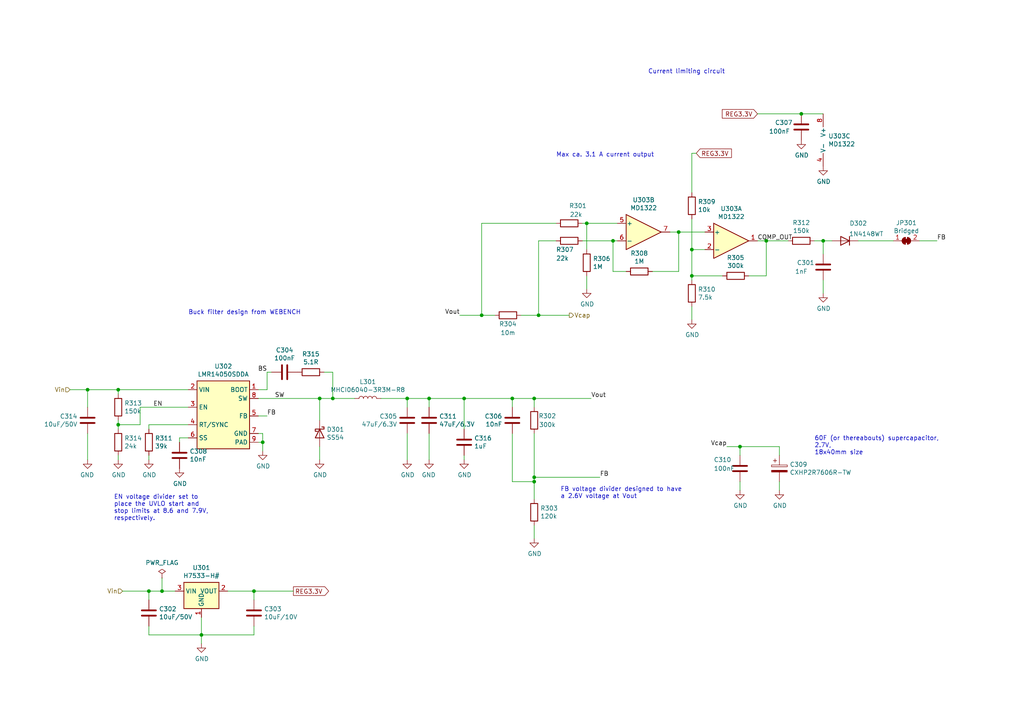
<source format=kicad_sch>
(kicad_sch (version 20211123) (generator eeschema)
  (paper "A4")
  (title_block (title "Sailor Hat for Raspberry Pi") (date "2021-08-19") (rev "v1.0.1") (company "Hat Labs Ltd") (comment 1 "https://creativecommons.org/licenses/by/4.0") (comment 2 "To view a copy of this license, visit ") (comment 3 "Sailor Hat for Raspberry Pi is licensed under CC BY 4.0."))
  (lib_symbols
    (symbol "Device:C" (pin_numbers hide) (pin_names (offset 0.254))
      (property "Reference" "C" (at 0.635 2.54 0))
      (property "Value" "C" (at 0.635 -2.54 0))
      (symbol "C_0_1"
        (polyline (pts (xy -2.032 -0.762) (xy 2.032 -0.762)) (stroke (width 0.508)))
        (polyline (pts (xy -2.032 0.762) (xy 2.032 0.762)) (stroke (width 0.508)))
      )
      (symbol "C_1_1"
        (pin passive line (at 0 3.81 270) (length 2.794) (name "~") (number "1"))
        (pin passive line (at 0 -3.81 90) (length 2.794) (name "~") (number "2"))
      )
    )
    (symbol "Device:C_Polarized" (pin_numbers hide) (pin_names (offset 0.254))
      (property "Reference" "C" (at 0.635 2.54 0))
      (property "Value" "C_Polarized" (at 0.635 -2.54 0))
      (symbol "C_Polarized_0_1"
        (rectangle (start -2.286 0.508) (end 2.286 1.016))
        (polyline (pts (xy -1.778 2.286) (xy -0.762 2.286)))
        (polyline (pts (xy -1.27 2.794) (xy -1.27 1.778)))
        (rectangle (start 2.286 -0.508) (end -2.286 -1.016) (fill (type outline)))
      )
      (symbol "C_Polarized_1_1"
        (pin passive line (at 0 3.81 270) (length 2.794) (name "~") (number "1"))
        (pin passive line (at 0 -3.81 90) (length 2.794) (name "~") (number "2"))
      )
    )
    (symbol "Device:D" (pin_numbers hide) (pin_names (offset 1.016) hide)
      (property "Reference" "D" (at 0 2.54 0))
      (property "Value" "D" (at 0 -2.54 0))
      (symbol "D_0_1"
        (polyline (pts (xy -1.27 1.27) (xy -1.27 -1.27)) (stroke (width 0.254)))
        (polyline (pts (xy 1.27 0) (xy -1.27 0)))
        (polyline (pts (xy 1.27 1.27) (xy 1.27 -1.27) (xy -1.27 0) (xy 1.27 1.27)) (stroke (width 0.254)))
      )
      (symbol "D_1_1"
        (pin passive line (at -3.81 0 0) (length 2.54) (name "K") (number "1"))
        (pin passive line (at 3.81 0 180) (length 2.54) (name "A") (number "2"))
      )
    )
    (symbol "Device:D_Schottky" (pin_numbers hide) (pin_names (offset 1.016) hide)
      (property "Reference" "D" (at 0 2.54 0))
      (property "Value" "D_Schottky" (at 0 -2.54 0))
      (symbol "D_Schottky_0_1"
        (polyline (pts (xy 1.27 0) (xy -1.27 0)))
        (polyline (pts (xy 1.27 1.27) (xy 1.27 -1.27) (xy -1.27 0) (xy 1.27 1.27)) (stroke (width 0.254)))
        (polyline (pts (xy -1.905 0.635) (xy -1.905 1.27) (xy -1.27 1.27) (xy -1.27 -1.27) (xy -0.635 -1.27) (xy -0.635 -0.635)) (stroke (width 0.254)))
      )
      (symbol "D_Schottky_1_1"
        (pin passive line (at -3.81 0 0) (length 2.54) (name "K") (number "1"))
        (pin passive line (at 3.81 0 180) (length 2.54) (name "A") (number "2"))
      )
    )
    (symbol "Device:L" (pin_numbers hide) (pin_names (offset 1.016) hide)
      (property "Reference" "L" (at -1.27 0 90))
      (property "Value" "L" (at 1.905 0 90))
      (symbol "L_0_1"
        (arc (start 0 -2.54) (mid 0.635 -1.905) (end 0 -1.27))
        (arc (start 0 -1.27) (mid 0.635 -0.635) (end 0 0))
        (arc (start 0 0) (mid 0.635 0.635) (end 0 1.27))
        (arc (start 0 1.27) (mid 0.635 1.905) (end 0 2.54))
      )
      (symbol "L_1_1"
        (pin passive line (at 0 3.81 270) (length 1.27) (name "1") (number "1"))
        (pin passive line (at 0 -3.81 90) (length 1.27) (name "2") (number "2"))
      )
    )
    (symbol "Device:R" (pin_numbers hide) (pin_names (offset 0))
      (property "Reference" "R" (at 2.032 0 90))
      (property "Value" "R" (at 0 0 90))
      (symbol "R_0_1"
        (rectangle (start -1.016 -2.54) (end 1.016 2.54) (stroke (width 0.254)))
      )
      (symbol "R_1_1"
        (pin passive line (at 0 3.81 270) (length 1.27) (name "~") (number "1"))
        (pin passive line (at 0 -3.81 90) (length 1.27) (name "~") (number "2"))
      )
    )
    (symbol "Jumper:SolderJumper_2_Bridged" (pin_names (offset 0) hide)
      (property "Reference" "JP" (at 0 2.032 0))
      (property "Value" "SolderJumper_2_Bridged" (at 0 -2.54 0))
      (symbol "SolderJumper_2_Bridged_0_1"
        (rectangle (start -0.508 0.508) (end 0.508 -0.508) (fill (type outline)))
        (arc (start -0.254 1.016) (mid -1.27 0) (end -0.254 -1.016))
        (arc (start -0.254 1.016) (mid -1.27 0) (end -0.254 -1.016) (fill (type outline)))
        (polyline (pts (xy -0.254 1.016) (xy -0.254 -1.016)))
        (polyline (pts (xy 0.254 1.016) (xy 0.254 -1.016)))
        (arc (start 0.254 -1.016) (mid 1.27 0) (end 0.254 1.016))
        (arc (start 0.254 -1.016) (mid 1.27 0) (end 0.254 1.016) (fill (type outline)))
      )
      (symbol "SolderJumper_2_Bridged_1_1"
        (pin passive line (at -3.81 0 0) (length 2.54) (name "A") (number "1"))
        (pin passive line (at 3.81 0 180) (length 2.54) (name "B") (number "2"))
      )
    )
    (symbol "SH-RPi:GS8052" (pin_names (offset 0.127))
      (property "Reference" "U" (at 0 5.08 0))
      (property "Value" "GS8052" (at 0 -5.08 0))
      (symbol "GS8052_1_1"
        (polyline (pts (xy -5.08 5.08) (xy 5.08 0) (xy -5.08 -5.08) (xy -5.08 5.08)) (stroke (width 0.254)) (fill (type background)))
        (pin output line (at 7.62 0 180) (length 2.54) (name "~") (number "1"))
        (pin input line (at -7.62 -2.54 0) (length 2.54) (name "-") (number "2"))
        (pin input line (at -7.62 2.54 0) (length 2.54) (name "+") (number "3"))
      )
      (symbol "GS8052_2_1"
        (polyline (pts (xy -5.08 5.08) (xy 5.08 0) (xy -5.08 -5.08) (xy -5.08 5.08)) (stroke (width 0.254)) (fill (type background)))
        (pin input line (at -7.62 2.54 0) (length 2.54) (name "+") (number "5"))
        (pin input line (at -7.62 -2.54 0) (length 2.54) (name "-") (number "6"))
        (pin output line (at 7.62 0 180) (length 2.54) (name "~") (number "7"))
      )
      (symbol "GS8052_3_1"
        (pin power_in line (at -2.54 -7.62 90) (length 3.81) (name "V-") (number "4"))
        (pin power_in line (at -2.54 7.62 270) (length 3.81) (name "V+") (number "8"))
      )
    )
    (symbol "SH-RPi:HT75xx-1-SOT23"
      (property "Reference" "U" (at -5.08 -3.81 0))
      (property "Value" "HT75xx-1-SOT23" (at 0 6.35 0))
      (symbol "HT75xx-1-SOT23_0_1"
        (rectangle (start -5.08 5.08) (end 5.08 -2.54) (stroke (width 0.254)) (fill (type background)))
      )
      (symbol "HT75xx-1-SOT23_1_1"
        (pin power_in line (at 0 -5.08 90) (length 2.54) (name "GND") (number "1"))
        (pin power_out line (at 7.62 2.54 180) (length 2.54) (name "VOUT") (number "2"))
        (pin power_in line (at -7.62 2.54 0) (length 2.54) (name "VIN") (number "3"))
      )
    )
    (symbol "SH-RPi:LMR14050SDDA"
      (property "Reference" "U" (at 0 11.43 0))
      (property "Value" "LMR14050SDDA" (at 0 8.89 0))
      (symbol "LMR14050SDDA_0_1"
        (rectangle (start -7.62 7.62) (end 7.62 -12.065) (stroke (width 0.254)) (fill (type background)))
      )
      (symbol "LMR14050SDDA_1_1"
        (pin input line (at 10.16 5.08 180) (length 2.54) (name "BOOT") (number "1"))
        (pin power_in line (at -10.16 5.08 0) (length 2.54) (name "VIN") (number "2"))
        (pin input line (at -10.16 0 0) (length 2.54) (name "EN") (number "3"))
        (pin input line (at -10.16 -5.08 0) (length 2.54) (name "RT/SYNC") (number "4"))
        (pin input line (at 10.16 -2.54 180) (length 2.54) (name "FB") (number "5"))
        (pin output line (at -10.16 -8.89 0) (length 2.54) (name "SS") (number "6"))
        (pin power_in line (at 10.16 -7.62 180) (length 2.54) (name "GND") (number "7"))
        (pin power_out line (at 10.16 2.54 180) (length 2.54) (name "SW") (number "8"))
        (pin power_in line (at 10.16 -10.16 180) (length 2.54) (name "PAD") (number "9"))
      )
    )
    (symbol "power:GND" (power) (pin_names (offset 0))
      (property "Value" "GND" (at 0 -3.81 0))
      (symbol "GND_0_1"
        (polyline (pts (xy 0 0) (xy 0 -1.27) (xy 1.27 -1.27) (xy 0 -2.54) (xy -1.27 -1.27) (xy 0 -1.27)))
      )
      (symbol "GND_1_1"
        (pin power_in line (at 0 0 270) (length 0) hide (name "GND") (number "1"))
      )
    )
    (symbol "power:PWR_FLAG" (power) (pin_numbers hide) (pin_names (offset 0) hide)
      (property "Value" "PWR_FLAG" (at 0 3.81 0))
      (symbol "PWR_FLAG_0_0"
        (pin power_out line (at 0 0 90) (length 0) (name "pwr") (number "1"))
      )
      (symbol "PWR_FLAG_0_1"
        (polyline (pts (xy 0 0) (xy 0 1.27) (xy -1.016 1.905) (xy 0 2.54) (xy 1.016 1.905) (xy 0 1.27)))
      )
    )
  )
  (junction (at 154.94 115.57))
  (junction (at 92.71 115.57))
  (junction (at 139.7 91.44))
  (junction (at 200.66 80.01))
  (junction (at 222.25 69.85))
  (junction (at 232.41 33.02))
  (junction (at 154.94 139.7))
  (junction (at 238.76 69.85))
  (junction (at 214.63 129.54))
  (junction (at 58.42 184.15))
  (junction (at 43.18 171.45))
  (junction (at 73.66 171.45))
  (junction (at 96.52 115.57))
  (junction (at 170.18 64.77))
  (junction (at 118.11 115.57))
  (junction (at 46.99 171.45))
  (junction (at 76.2 128.27))
  (junction (at 177.8 69.85))
  (junction (at 200.66 72.39))
  (junction (at 34.29 113.03))
  (junction (at 196.85 67.31))
  (junction (at 134.62 115.57))
  (junction (at 154.94 138.43))
  (junction (at 34.29 123.19))
  (junction (at 124.46 115.57))
  (junction (at 25.4 113.03))
  (junction (at 148.59 115.57))
  (junction (at 156.21 91.44))
  (wire (pts (xy 139.7 64.77) (xy 161.29 64.77)))
  (wire (pts (xy 73.66 184.15) (xy 73.66 181.61)))
  (wire (pts (xy 34.29 113.03) (xy 54.61 113.03)))
  (wire (pts (xy 189.23 78.74) (xy 196.85 78.74)))
  (wire (pts (xy 25.4 125.73) (xy 25.4 133.35)))
  (wire (pts (xy 217.17 80.01) (xy 222.25 80.01)))
  (wire (pts (xy 133.35 91.44) (xy 139.7 91.44)))
  (wire (pts (xy 170.18 80.01) (xy 170.18 83.82)))
  (wire (pts (xy 34.29 133.35) (xy 34.29 132.08)))
  (wire (pts (xy 40.64 123.19) (xy 34.29 123.19)))
  (wire (pts (xy 34.29 121.92) (xy 34.29 123.19)))
  (wire (pts (xy 76.2 125.73) (xy 74.93 125.73)))
  (wire (pts (xy 238.76 73.66) (xy 238.76 69.85)))
  (wire (pts (xy 214.63 129.54) (xy 226.06 129.54)))
  (wire (pts (xy 92.71 129.54) (xy 92.71 133.35)))
  (wire (pts (xy 74.93 128.27) (xy 76.2 128.27)))
  (wire (pts (xy 238.76 69.85) (xy 241.3 69.85)))
  (wire (pts (xy 156.21 91.44) (xy 165.1 91.44)))
  (wire (pts (xy 200.66 80.01) (xy 200.66 72.39)))
  (wire (pts (xy 168.91 64.77) (xy 170.18 64.77)))
  (wire (pts (xy 148.59 115.57) (xy 154.94 115.57)))
  (wire (pts (xy 43.18 133.35) (xy 43.18 132.08)))
  (wire (pts (xy 34.29 114.3) (xy 34.29 113.03)))
  (wire (pts (xy 209.55 80.01) (xy 200.66 80.01)))
  (wire (pts (xy 156.21 69.85) (xy 161.29 69.85)))
  (wire (pts (xy 52.07 127) (xy 52.07 128.27)))
  (wire (pts (xy 154.94 139.7) (xy 154.94 144.78)))
  (wire (pts (xy 43.18 173.99) (xy 43.18 171.45)))
  (wire (pts (xy 73.66 171.45) (xy 73.66 173.99)))
  (wire (pts (xy 154.94 138.43) (xy 173.99 138.43)))
  (wire (pts (xy 226.06 129.54) (xy 226.06 132.08)))
  (wire (pts (xy 118.11 115.57) (xy 124.46 115.57)))
  (wire (pts (xy 93.98 107.95) (xy 96.52 107.95)))
  (wire (pts (xy 238.76 85.09) (xy 238.76 81.28)))
  (wire (pts (xy 118.11 125.73) (xy 118.11 133.35)))
  (wire (pts (xy 232.41 33.02) (xy 219.71 33.02)))
  (wire (pts (xy 46.99 167.64) (xy 46.99 171.45)))
  (wire (pts (xy 134.62 115.57) (xy 148.59 115.57)))
  (wire (pts (xy 177.8 78.74) (xy 177.8 69.85)))
  (wire (pts (xy 200.66 55.88) (xy 200.66 44.45)))
  (wire (pts (xy 54.61 123.19) (xy 43.18 123.19)))
  (wire (pts (xy 154.94 156.21) (xy 154.94 152.4)))
  (wire (pts (xy 196.85 78.74) (xy 196.85 67.31)))
  (wire (pts (xy 222.25 80.01) (xy 222.25 69.85)))
  (wire (pts (xy 134.62 133.35) (xy 134.62 132.08)))
  (wire (pts (xy 210.82 129.54) (xy 214.63 129.54)))
  (wire (pts (xy 40.64 118.11) (xy 54.61 118.11)))
  (wire (pts (xy 200.66 44.45) (xy 201.93 44.45)))
  (wire (pts (xy 40.64 118.11) (xy 40.64 123.19)))
  (wire (pts (xy 124.46 115.57) (xy 134.62 115.57)))
  (wire (pts (xy 219.71 69.85) (xy 222.25 69.85)))
  (wire (pts (xy 34.29 123.19) (xy 34.29 124.46)))
  (wire (pts (xy 139.7 91.44) (xy 143.51 91.44)))
  (wire (pts (xy 200.66 72.39) (xy 200.66 63.5)))
  (wire (pts (xy 148.59 118.11) (xy 148.59 115.57)))
  (wire (pts (xy 92.71 121.92) (xy 92.71 115.57)))
  (wire (pts (xy 77.47 120.65) (xy 74.93 120.65)))
  (wire (pts (xy 266.7 69.85) (xy 271.78 69.85)))
  (wire (pts (xy 58.42 184.15) (xy 73.66 184.15)))
  (wire (pts (xy 148.59 139.7) (xy 148.59 125.73)))
  (wire (pts (xy 77.47 113.03) (xy 74.93 113.03)))
  (wire (pts (xy 248.92 69.85) (xy 259.08 69.85)))
  (wire (pts (xy 222.25 69.85) (xy 228.6 69.85)))
  (wire (pts (xy 156.21 91.44) (xy 156.21 69.85)))
  (wire (pts (xy 110.49 115.57) (xy 118.11 115.57)))
  (wire (pts (xy 76.2 128.27) (xy 76.2 125.73)))
  (wire (pts (xy 196.85 67.31) (xy 194.31 67.31)))
  (wire (pts (xy 200.66 92.71) (xy 200.66 88.9)))
  (wire (pts (xy 236.22 69.85) (xy 238.76 69.85)))
  (wire (pts (xy 170.18 64.77) (xy 170.18 72.39)))
  (wire (pts (xy 226.06 142.24) (xy 226.06 139.7)))
  (wire (pts (xy 118.11 118.11) (xy 118.11 115.57)))
  (wire (pts (xy 76.2 130.81) (xy 76.2 128.27)))
  (wire (pts (xy 54.61 127) (xy 52.07 127)))
  (wire (pts (xy 58.42 186.69) (xy 58.42 184.15)))
  (wire (pts (xy 43.18 184.15) (xy 58.42 184.15)))
  (wire (pts (xy 177.8 69.85) (xy 179.07 69.85)))
  (wire (pts (xy 96.52 115.57) (xy 102.87 115.57)))
  (wire (pts (xy 35.56 171.45) (xy 43.18 171.45)))
  (wire (pts (xy 77.47 107.95) (xy 77.47 113.03)))
  (wire (pts (xy 134.62 124.46) (xy 134.62 115.57)))
  (wire (pts (xy 78.74 107.95) (xy 77.47 107.95)))
  (wire (pts (xy 96.52 107.95) (xy 96.52 115.57)))
  (wire (pts (xy 20.32 113.03) (xy 25.4 113.03)))
  (wire (pts (xy 154.94 125.73) (xy 154.94 138.43)))
  (wire (pts (xy 25.4 118.11) (xy 25.4 113.03)))
  (wire (pts (xy 124.46 125.73) (xy 124.46 133.35)))
  (wire (pts (xy 170.18 64.77) (xy 179.07 64.77)))
  (wire (pts (xy 46.99 171.45) (xy 50.8 171.45)))
  (wire (pts (xy 43.18 181.61) (xy 43.18 184.15)))
  (wire (pts (xy 92.71 115.57) (xy 96.52 115.57)))
  (wire (pts (xy 154.94 138.43) (xy 154.94 139.7)))
  (wire (pts (xy 151.13 91.44) (xy 156.21 91.44)))
  (wire (pts (xy 232.41 33.02) (xy 238.76 33.02)))
  (wire (pts (xy 200.66 81.28) (xy 200.66 80.01)))
  (wire (pts (xy 196.85 67.31) (xy 204.47 67.31)))
  (wire (pts (xy 154.94 118.11) (xy 154.94 115.57)))
  (wire (pts (xy 154.94 115.57) (xy 171.45 115.57)))
  (wire (pts (xy 181.61 78.74) (xy 177.8 78.74)))
  (wire (pts (xy 74.93 115.57) (xy 92.71 115.57)))
  (wire (pts (xy 43.18 171.45) (xy 46.99 171.45)))
  (wire (pts (xy 124.46 118.11) (xy 124.46 115.57)))
  (wire (pts (xy 204.47 72.39) (xy 200.66 72.39)))
  (wire (pts (xy 177.8 69.85) (xy 168.91 69.85)))
  (wire (pts (xy 73.66 171.45) (xy 85.09 171.45)))
  (wire (pts (xy 43.18 123.19) (xy 43.18 124.46)))
  (wire (pts (xy 214.63 132.08) (xy 214.63 129.54)))
  (wire (pts (xy 25.4 113.03) (xy 34.29 113.03)))
  (wire (pts (xy 139.7 91.44) (xy 139.7 64.77)))
  (wire (pts (xy 58.42 179.07) (xy 58.42 184.15)))
  (wire (pts (xy 148.59 139.7) (xy 154.94 139.7)))
  (wire (pts (xy 214.63 142.24) (xy 214.63 139.7)))
  (wire (pts (xy 66.04 171.45) (xy 73.66 171.45)))
  (text "EN voltage divider set to\nplace the UVLO start and\nstop limits at 8.6 and 7.9V,\nrespectively." (at 33.02 151.13 0) (effects (font (size 1.27 1.27)) (justify left bottom)))
  (text "FB voltage divider designed to have\na 2.6V voltage at Vout" (at 162.56 144.78 0) (effects (font (size 1.27 1.27)) (justify left bottom)))
  (text "Buck filter design from WEBENCH" (at 54.61 91.44 0) (effects (font (size 1.27 1.27)) (justify left bottom)))
  (text "Max ca. 3.1 A current output" (at 161.29 45.72 0) (effects (font (size 1.27 1.27)) (justify left bottom)))
  (text "60F (or thereabouts) supercapacitor,\n2.7V,\n18x40mm size" (at 236.22 132.08 0) (effects (font (size 1.27 1.27)) (justify left bottom)))
  (text "Current limiting circuit" (at 187.96 21.59 0) (effects (font (size 1.27 1.27)) (justify left bottom)))
  (label "FB" (at 77.47 120.65 0))
  (label "EN" (at 44.45 118.11 0))
  (label "Vout" (at 171.45 115.57 0))
  (label "SW" (at 82.55 115.57 180))
  (label "BS" (at 77.47 107.95 180))
  (label "COMP_OUT" (at 219.71 69.85 0))
  (label "Vcap" (at 210.82 129.54 180))
  (label "FB" (at 173.99 138.43 0))
  (label "FB" (at 271.78 69.85 0))
  (label "Vout" (at 133.35 91.44 180))
  (global_label "REG3.3V" (shape output) (at 85.09 171.45 0) (property "Intersheet References" "${INTERSHEET_REFS}" (effects hide)))
  (global_label "REG3.3V" (shape input) (at 201.93 44.45 0) (property "Intersheet References" "${INTERSHEET_REFS}" (effects hide)))
  (global_label "REG3.3V" (shape input) (at 219.71 33.02 180) (property "Intersheet References" "${INTERSHEET_REFS}" (effects hide)))
  (hierarchical_label "Vin" (shape input) (at 20.32 113.03 180))
  (hierarchical_label "Vcap" (shape output) (at 165.1 91.44 0))
  (hierarchical_label "Vin" (shape input) (at 35.56 171.45 180))
  (symbol (lib_id "Device:C") (at 82.55 107.95 270) (unit 1)
    (property "Reference" "C304" (at 82.55 101.5492 90))
    (property "Value" "100nF" (at 82.55 103.8606 90))
    (property "Footprint" "Capacitor_SMD:C_0402_1005Metric" (effects hide))
    (property "LCSC" "C1525" (effects hide))
  )
  (symbol (lib_id "Device:L") (at 106.68 115.57 90) (unit 1)
    (property "Reference" "L301" (at 106.68 110.744 90))
    (property "Value" "MHCI06040-3R3M-R8" (at 106.68 113.0554 90))
    (property "Footprint" "SH-RPi:L_MWSA0603S" (effects hide))
    (property "LCSC" "C285700" (effects hide))
  )
  (symbol (lib_id "Device:C") (at 118.11 121.92 0) (mirror y) (unit 1)
    (property "Reference" "C305" (at 115.189 120.7516 0) (effects (justify left)))
    (property "Value" "47uF/6.3V" (at 115.189 123.063 0) (effects (justify left)))
    (property "Footprint" "Capacitor_SMD:C_0805_2012Metric" (effects hide))
    (property "Notes" "Min 6.3V" (effects hide))
    (property "LCSC" "C16780" (effects hide))
  )
  (symbol (lib_id "Device:R") (at 154.94 148.59 0) (unit 1)
    (property "Reference" "R303" (at 156.718 147.4216 0) (effects (justify left)))
    (property "Value" "120k" (at 156.718 149.733 0) (effects (justify left)))
    (property "Footprint" "Resistor_SMD:R_0402_1005Metric" (effects hide))
    (property "LCSC" "C25750" (effects hide))
  )
  (symbol (lib_id "Device:R") (at 154.94 121.92 0) (unit 1)
    (property "Reference" "R302" (at 158.75 120.65 0))
    (property "Value" "300k" (at 158.75 123.19 0))
    (property "Footprint" "Resistor_SMD:R_0402_1005Metric" (effects hide))
    (property "LCSC" "C25774" (effects hide))
  )
  (symbol (lib_id "power:GND") (at 118.11 133.35 0) (unit 1)
    (property "Reference" "#PWR0305" (effects hide))
    (property "Value" "GND" (at 118.237 137.7442 0))
  )
  (symbol (lib_id "power:GND") (at 154.94 156.21 0) (unit 1)
    (property "Reference" "#PWR0306" (effects hide))
    (property "Value" "GND" (at 155.067 160.6042 0))
  )
  (symbol (lib_id "power:GND") (at 43.18 133.35 0) (unit 1)
    (property "Reference" "#PWR0303" (effects hide))
    (property "Value" "GND" (at 43.307 137.7442 0))
  )
  (symbol (lib_id "SH-RPi:HT75xx-1-SOT23") (at 58.42 173.99 0) (unit 1)
    (property "Reference" "U301" (at 58.42 164.6682 0))
    (property "Value" "H7533-H#" (at 58.42 166.9796 0))
    (property "Footprint" "Package_TO_SOT_SMD:SOT-23" (effects hide))
    (property "Datasheet" "https://datasheet.lcsc.com/szlcsc/Siproin-H7533-H_C277872.pdf" (effects hide))
    (property "LCSC" "C277872" (effects hide))
  )
  (symbol (lib_id "Device:C") (at 43.18 177.8 0) (unit 1)
    (property "Reference" "C302" (at 46.101 176.6316 0) (effects (justify left)))
    (property "Value" "10uF/50V" (at 46.101 178.943 0) (effects (justify left)))
    (property "Footprint" "Capacitor_SMD:C_1206_3216Metric" (effects hide))
    (property "LCSC" "C13585" (effects hide))
  )
  (symbol (lib_id "Device:C") (at 73.66 177.8 0) (unit 1)
    (property "Reference" "C303" (at 76.581 176.6316 0) (effects (justify left)))
    (property "Value" "10uF/10V" (at 76.581 178.943 0) (effects (justify left)))
    (property "Footprint" "Capacitor_SMD:C_0603_1608Metric" (effects hide))
    (property "LCSC" "C19702" (effects hide))
  )
  (symbol (lib_id "power:GND") (at 58.42 186.69 0) (unit 1)
    (property "Reference" "#PWR0302" (effects hide))
    (property "Value" "GND" (at 58.547 191.0842 0))
  )
  (symbol (lib_id "power:PWR_FLAG") (at 46.99 167.64 0) (unit 1)
    (property "Reference" "#FLG0302" (effects hide))
    (property "Value" "PWR_FLAG" (at 46.99 163.2204 0))
  )
  (symbol (lib_id "Device:R") (at 147.32 91.44 270) (unit 1)
    (property "Reference" "R304" (at 147.32 93.98 90))
    (property "Value" "10m" (at 147.32 96.52 90))
    (property "Footprint" "Resistor_SMD:R_1206_3216Metric" (effects hide))
    (property "LCSC" "C127703" (effects hide))
  )
  (symbol (lib_id "Device:D") (at 245.11 69.85 180) (unit 1)
    (property "Reference" "D302" (at 246.38 64.77 0) (effects (justify right)))
    (property "Value" "1N4148WT" (at 246.253 67.8434 0) (effects (justify right)))
    (property "Footprint" "Diode_SMD:D_SOD-523" (effects hide))
    (property "LCSC" "C414017" (effects hide))
  )
  (symbol (lib_id "Device:C") (at 148.59 121.92 0) (mirror y) (unit 1)
    (property "Reference" "C306" (at 145.669 120.7516 0) (effects (justify left)))
    (property "Value" "10nF" (at 145.669 123.063 0) (effects (justify left)))
    (property "Footprint" "Capacitor_SMD:C_0402_1005Metric" (effects hide))
    (property "LCSC" "C15195" (effects hide))
  )
  (symbol (lib_id "Device:C") (at 232.41 36.83 180) (unit 1)
    (property "Reference" "C307" (at 227.33 35.56 0))
    (property "Value" "100nF" (at 226.06 38.1 0))
    (property "Footprint" "Capacitor_SMD:C_0402_1005Metric" (effects hide))
    (property "LCSC" "C1525" (effects hide))
  )
  (symbol (lib_id "power:GND") (at 232.41 40.64 0) (unit 1)
    (property "Reference" "#PWR0307" (effects hide))
    (property "Value" "GND" (at 232.537 45.0342 0))
  )
  (symbol (lib_id "Device:C_Polarized") (at 226.06 135.89 0) (unit 1)
    (property "Reference" "C309" (at 229.0572 134.7216 0) (effects (justify left)))
    (property "Value" "CXHP2R7606R-TW" (at 229.0572 137.033 0) (effects (justify left)))
    (property "Footprint" "SH-RPi:CP_Radial_D18.0mm_P7.50mm_flat" (effects hide))
  )
  (symbol (lib_id "power:GND") (at 226.06 142.24 0) (unit 1)
    (property "Reference" "#PWR0312" (effects hide))
    (property "Value" "GND" (at 226.187 146.6342 0))
  )
  (symbol (lib_id "Device:C") (at 214.63 135.89 0) (unit 1)
    (property "Reference" "C310" (at 207.01 133.35 0) (effects (justify left)))
    (property "Value" "100nF" (at 207.01 135.89 0) (effects (justify left)))
    (property "Footprint" "Capacitor_SMD:C_0402_1005Metric" (effects hide))
    (property "LCSC" "C1525" (effects hide))
  )
  (symbol (lib_id "power:GND") (at 214.63 142.24 0) (unit 1)
    (property "Reference" "#PWR0313" (effects hide))
    (property "Value" "GND" (at 214.757 146.6342 0))
  )
  (symbol (lib_id "Device:C") (at 25.4 121.92 0) (mirror y) (unit 1)
    (property "Reference" "C314" (at 22.479 120.7516 0) (effects (justify left)))
    (property "Value" "10uF/50V" (at 22.479 123.063 0) (effects (justify left)))
    (property "Footprint" "Capacitor_SMD:C_1206_3216Metric" (effects hide))
    (property "LCSC" "C13585" (effects hide))
  )
  (symbol (lib_id "power:GND") (at 25.4 133.35 0) (mirror y) (unit 1)
    (property "Reference" "#PWR0111" (effects hide))
    (property "Value" "GND" (at 25.273 137.7442 0))
  )
  (symbol (lib_id "Device:R") (at 34.29 118.11 0) (unit 1)
    (property "Reference" "R313" (at 36.068 116.9416 0) (effects (justify left)))
    (property "Value" "150k" (at 36.068 119.253 0) (effects (justify left)))
    (property "Footprint" "Resistor_SMD:R_0402_1005Metric" (effects hide))
    (property "LCSC" "C25755" (effects hide))
  )
  (symbol (lib_id "Device:R") (at 34.29 128.27 0) (unit 1)
    (property "Reference" "R314" (at 36.068 127.1016 0) (effects (justify left)))
    (property "Value" "24k" (at 36.068 129.413 0) (effects (justify left)))
    (property "Footprint" "Resistor_SMD:R_0402_1005Metric" (effects hide))
    (property "LCSC" "C25769" (effects hide))
  )
  (symbol (lib_id "power:GND") (at 34.29 133.35 0) (unit 1)
    (property "Reference" "#PWR0304" (effects hide))
    (property "Value" "GND" (at 34.417 137.7442 0))
  )
  (symbol (lib_id "power:GND") (at 76.2 130.81 0) (unit 1)
    (property "Reference" "#PWR0113" (effects hide))
    (property "Value" "GND" (at 76.327 135.2042 0))
  )
  (symbol (lib_id "Device:C") (at 134.62 128.27 0) (unit 1)
    (property "Reference" "C316" (at 137.541 127.1016 0) (effects (justify left)))
    (property "Value" "1uF" (at 137.541 129.413 0) (effects (justify left)))
    (property "Footprint" "Capacitor_SMD:C_0402_1005Metric" (effects hide))
    (property "LCSC" "C52923" (effects hide))
  )
  (symbol (lib_id "power:GND") (at 134.62 133.35 0) (unit 1)
    (property "Reference" "#PWR0115" (effects hide))
    (property "Value" "GND" (at 134.747 137.7442 0))
  )
  (symbol (lib_id "SH-RPi:GS8052") (at 186.69 67.31 0) (unit 2)
    (property "Reference" "U303" (at 186.69 57.9882 0))
    (property "Value" "MD1322" (at 186.69 60.2996 0))
    (property "Footprint" "Package_SO:SOP-8_3.76x4.96mm_P1.27mm" (effects hide))
    (property "LCSC" "C126982" (effects hide))
  )
  (symbol (lib_id "SH-RPi:GS8052") (at 241.3 40.64 0) (unit 3)
    (property "Reference" "U303" (at 240.2332 39.4716 0) (effects (justify left)))
    (property "Value" "MD1322" (at 240.2332 41.783 0) (effects (justify left)))
    (property "Footprint" "Package_SO:SOP-8_3.76x4.96mm_P1.27mm" (effects hide))
    (property "LCSC" "C126982" (effects hide))
  )
  (symbol (lib_id "power:GND") (at 238.76 48.26 0) (unit 1)
    (property "Reference" "#PWR0116" (effects hide))
    (property "Value" "GND" (at 238.887 52.6542 0))
  )
  (symbol (lib_id "Device:R") (at 165.1 64.77 90) (unit 1)
    (property "Reference" "R301" (at 170.18 59.69 90) (effects (justify left)))
    (property "Value" "22k" (at 168.91 62.23 90) (effects (justify left)))
    (property "Footprint" "Resistor_SMD:R_0402_1005Metric" (effects hide))
    (property "LCSC" "C25768" (effects hide))
  )
  (symbol (lib_id "Device:R") (at 170.18 76.2 0) (unit 1)
    (property "Reference" "R306" (at 171.958 75.0316 0) (effects (justify left)))
    (property "Value" "1M" (at 171.958 77.343 0) (effects (justify left)))
    (property "Footprint" "Resistor_SMD:R_0402_1005Metric" (effects hide))
    (property "LCSC" "C26083" (effects hide))
  )
  (symbol (lib_id "Device:R") (at 165.1 69.85 270) (unit 1)
    (property "Reference" "R307" (at 161.29 72.39 90) (effects (justify left)))
    (property "Value" "22k" (at 161.29 74.93 90) (effects (justify left)))
    (property "Footprint" "Resistor_SMD:R_0402_1005Metric" (effects hide))
    (property "LCSC" "C25768" (effects hide))
  )
  (symbol (lib_id "SH-RPi:GS8052") (at 212.09 69.85 0) (unit 1)
    (property "Reference" "U303" (at 212.09 60.5282 0))
    (property "Value" "MD1322" (at 212.09 62.8396 0))
    (property "Footprint" "Package_SO:SOP-8_3.76x4.96mm_P1.27mm" (effects hide))
    (property "LCSC" "C126982" (effects hide))
  )
  (symbol (lib_id "Device:R") (at 185.42 78.74 270) (unit 1)
    (property "Reference" "R308" (at 185.42 73.4822 90))
    (property "Value" "1M" (at 185.42 75.7936 90))
    (property "Footprint" "Resistor_SMD:R_0402_1005Metric" (effects hide))
    (property "LCSC" "C26083" (effects hide))
  )
  (symbol (lib_id "power:GND") (at 170.18 83.82 0) (unit 1)
    (property "Reference" "#PWR0117" (effects hide))
    (property "Value" "GND" (at 170.307 88.2142 0))
  )
  (symbol (lib_id "Device:R") (at 90.17 107.95 270) (unit 1)
    (property "Reference" "R315" (at 90.17 102.6922 90))
    (property "Value" "5.1R" (at 90.17 105.0036 90))
    (property "Footprint" "Resistor_SMD:R_0603_1608Metric" (effects hide))
    (property "LCSC" "C25197" (effects hide))
  )
  (symbol (lib_id "Device:R") (at 200.66 85.09 0) (unit 1)
    (property "Reference" "R310" (at 202.438 83.9216 0) (effects (justify left)))
    (property "Value" "7.5k" (at 202.438 86.233 0) (effects (justify left)))
    (property "Footprint" "Resistor_SMD:R_0402_1005Metric" (effects hide))
    (property "LCSC" "C25918" (effects hide))
  )
  (symbol (lib_id "Device:R") (at 200.66 59.69 0) (unit 1)
    (property "Reference" "R309" (at 202.438 58.5216 0) (effects (justify left)))
    (property "Value" "10k" (at 202.438 60.833 0) (effects (justify left)))
    (property "Footprint" "Resistor_SMD:R_0402_1005Metric" (effects hide))
    (property "LCSC" "C25744" (effects hide))
  )
  (symbol (lib_id "power:GND") (at 200.66 92.71 0) (unit 1)
    (property "Reference" "#PWR0118" (effects hide))
    (property "Value" "GND" (at 200.787 97.1042 0))
  )
  (symbol (lib_id "Device:R") (at 43.18 128.27 0) (unit 1)
    (property "Reference" "R311" (at 44.958 127.1016 0) (effects (justify left)))
    (property "Value" "39k" (at 44.958 129.413 0) (effects (justify left)))
    (property "Footprint" "Resistor_SMD:R_0402_1005Metric" (effects hide))
    (property "LCSC" "C25783" (effects hide))
  )
  (symbol (lib_id "Device:D_Schottky") (at 92.71 125.73 270) (unit 1)
    (property "Reference" "D301" (at 94.742 124.5616 90) (effects (justify left)))
    (property "Value" "SS54" (at 94.742 126.873 90) (effects (justify left)))
    (property "Footprint" "Diode_SMD:D_SMA" (effects hide))
    (property "LCSC" "C22452" (effects hide))
  )
  (symbol (lib_id "power:GND") (at 92.71 133.35 0) (unit 1)
    (property "Reference" "#PWR0301" (effects hide))
    (property "Value" "GND" (at 92.837 137.7442 0))
  )
  (symbol (lib_id "Device:R") (at 213.36 80.01 270) (unit 1)
    (property "Reference" "R305" (at 213.36 74.7522 90))
    (property "Value" "300k" (at 213.36 77.0636 90))
    (property "Footprint" "Resistor_SMD:R_0402_1005Metric" (effects hide))
    (property "LCSC" "C25774" (effects hide))
  )
  (symbol (lib_id "Device:R") (at 232.41 69.85 270) (unit 1)
    (property "Reference" "R312" (at 232.41 64.5922 90))
    (property "Value" "150k" (at 232.41 66.9036 90))
    (property "Footprint" "Resistor_SMD:R_0402_1005Metric" (effects hide))
    (property "LCSC" "C25755" (effects hide))
  )
  (symbol (lib_id "Device:C") (at 238.76 77.47 180) (unit 1)
    (property "Reference" "C301" (at 233.68 76.2 0))
    (property "Value" "1nF" (at 232.41 78.74 0))
    (property "Footprint" "Capacitor_SMD:C_0402_1005Metric" (effects hide))
    (property "LCSC" "C1523" (effects hide))
  )
  (symbol (lib_id "power:GND") (at 238.76 85.09 0) (unit 1)
    (property "Reference" "#PWR0308" (effects hide))
    (property "Value" "GND" (at 238.887 89.4842 0))
  )
  (symbol (lib_id "SH-RPi:LMR14050SDDA") (at 64.77 118.11 0) (unit 1)
    (property "Reference" "U302" (at 64.77 106.2482 0))
    (property "Value" "LMR14050SDDA" (at 64.77 108.5596 0))
    (property "Footprint" "Package_SO:Texas_HSOP-8-1EP_3.9x4.9mm_P1.27mm_ThermalVias" (effects hide))
    (property "Datasheet" "http://www.ti.com/lit/ds/symlink/lmr33640.pdf" (effects hide))
    (property "LCSC" "C155484" (effects hide))
  )
  (symbol (lib_id "Device:C") (at 52.07 132.08 0) (unit 1)
    (property "Reference" "C308" (at 54.991 130.9116 0) (effects (justify left)))
    (property "Value" "10nF" (at 54.991 133.223 0) (effects (justify left)))
    (property "Footprint" "Capacitor_SMD:C_0402_1005Metric" (effects hide))
    (property "LCSC" "C15195" (effects hide))
  )
  (symbol (lib_id "power:GND") (at 52.07 135.89 0) (unit 1)
    (property "Reference" "#PWR0309" (effects hide))
    (property "Value" "GND" (at 52.197 140.2842 0))
  )
  (symbol (lib_id "Device:C") (at 124.46 121.92 0) (unit 1)
    (property "Reference" "C311" (at 127.381 120.7516 0) (effects (justify left)))
    (property "Value" "47uF/6.3V" (at 127.381 123.063 0) (effects (justify left)))
    (property "Footprint" "Capacitor_SMD:C_0805_2012Metric" (effects hide))
    (property "Notes" "Min 6.3V" (effects hide))
    (property "LCSC" "C16780" (effects hide))
  )
  (symbol (lib_id "power:GND") (at 124.46 133.35 0) (mirror y) (unit 1)
    (property "Reference" "#PWR0310" (effects hide))
    (property "Value" "GND" (at 124.333 137.7442 0))
  )
  (symbol (lib_id "Jumper:SolderJumper_2_Bridged") (at 262.89 69.85 0) (unit 1)
    (property "Reference" "JP301" (at 262.89 64.643 0))
    (property "Value" "Bridged" (at 262.89 66.9544 0))
    (property "Footprint" "Jumper:SolderJumper-2_P1.3mm_Bridged_Pad1.0x1.5mm" (effects hide))
  )
)
</source>
